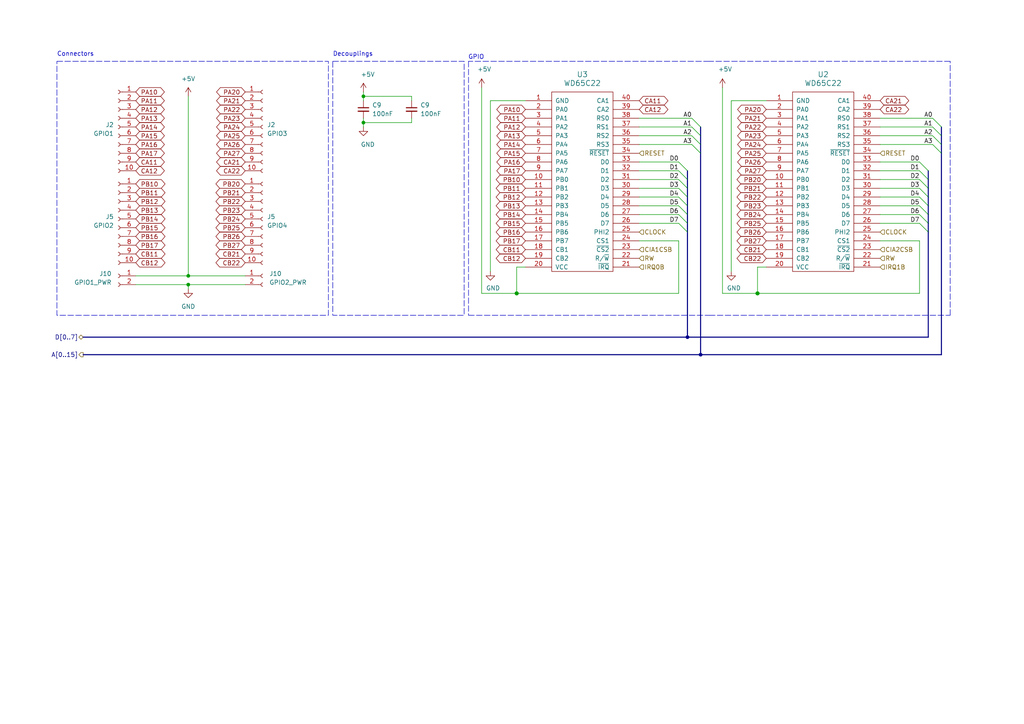
<source format=kicad_sch>
(kicad_sch (version 20230121) (generator eeschema)
  (paper "A4")
  (title_block (title "Miniish") (date "2023-05-19") (rev "v1.3") (company "Romuald Rousseau"))
  (lib_symbols
    (symbol "65xx:WD65C22" (pin_names (offset 1.016))
      (property "Reference" "U" (at 0 -29.21 0))
      (property "Value" "WD65C22" (at 0 -2.54 90))
      (symbol "WD65C22_0_1"
        (rectangle (start -8.89 25.4) (end 8.89 -26.67))
      )
      (symbol "WD65C22_1_1"
        (pin power_in line (at -16.51 22.86 0) (length 7.62) (name "GND") (number "1"))
        (pin bidirectional line (at -16.51 0 0) (length 7.62) (name "PB0") (number "10"))
        (pin bidirectional line (at -16.51 -2.54 0) (length 7.62) (name "PB1") (number "11"))
        (pin bidirectional line (at -16.51 -5.08 0) (length 7.62) (name "PB2") (number "12"))
        (pin bidirectional line (at -16.51 -7.62 0) (length 7.62) (name "PB3") (number "13"))
        (pin bidirectional line (at -16.51 -10.16 0) (length 7.62) (name "PB4") (number "14"))
        (pin bidirectional line (at -16.51 -12.7 0) (length 7.62) (name "PB5") (number "15"))
        (pin bidirectional line (at -16.51 -15.24 0) (length 7.62) (name "PB6") (number "16"))
        (pin bidirectional line (at -16.51 -17.78 0) (length 7.62) (name "PB7") (number "17"))
        (pin bidirectional line (at -16.51 -20.32 0) (length 7.62) (name "CB1") (number "18"))
        (pin output line (at -16.51 -22.86 0) (length 7.62) (name "CB2") (number "19"))
        (pin bidirectional line (at -16.51 20.32 0) (length 7.62) (name "PA0") (number "2"))
        (pin power_in line (at -16.51 -25.4 0) (length 7.62) (name "VCC") (number "20"))
        (pin output line (at 16.51 -25.4 180) (length 7.62) (name "~{IRQ}") (number "21"))
        (pin input line (at 16.51 -22.86 180) (length 7.62) (name "R/~{W}") (number "22"))
        (pin input line (at 16.51 -20.32 180) (length 7.62) (name "~{CS2}") (number "23"))
        (pin input line (at 16.51 -17.78 180) (length 7.62) (name "CS1") (number "24"))
        (pin input line (at 16.51 -15.24 180) (length 7.62) (name "PHI2") (number "25"))
        (pin tri_state line (at 16.51 -12.7 180) (length 7.62) (name "D7") (number "26"))
        (pin tri_state line (at 16.51 -10.16 180) (length 7.62) (name "D6") (number "27"))
        (pin tri_state line (at 16.51 -7.62 180) (length 7.62) (name "D5") (number "28"))
        (pin tri_state line (at 16.51 -5.08 180) (length 7.62) (name "D4") (number "29"))
        (pin bidirectional line (at -16.51 17.78 0) (length 7.62) (name "PA1") (number "3"))
        (pin tri_state line (at 16.51 -2.54 180) (length 7.62) (name "D3") (number "30"))
        (pin tri_state line (at 16.51 0 180) (length 7.62) (name "D2") (number "31"))
        (pin tri_state line (at 16.51 2.54 180) (length 7.62) (name "D1") (number "32"))
        (pin tri_state line (at 16.51 5.08 180) (length 7.62) (name "D0") (number "33"))
        (pin input line (at 16.51 7.62 180) (length 7.62) (name "~{RESET}") (number "34"))
        (pin input line (at 16.51 10.16 180) (length 7.62) (name "RS3") (number "35"))
        (pin input line (at 16.51 12.7 180) (length 7.62) (name "RS2") (number "36"))
        (pin input line (at 16.51 15.24 180) (length 7.62) (name "RS1") (number "37"))
        (pin input line (at 16.51 17.78 180) (length 7.62) (name "RS0") (number "38"))
        (pin bidirectional line (at 16.51 20.32 180) (length 7.62) (name "CA2") (number "39"))
        (pin bidirectional line (at -16.51 15.24 0) (length 7.62) (name "PA2") (number "4"))
        (pin bidirectional line (at 16.51 22.86 180) (length 7.62) (name "CA1") (number "40"))
        (pin bidirectional line (at -16.51 12.7 0) (length 7.62) (name "PA3") (number "5"))
        (pin bidirectional line (at -16.51 10.16 0) (length 7.62) (name "PA4") (number "6"))
        (pin bidirectional line (at -16.51 7.62 0) (length 7.62) (name "PA5") (number "7"))
        (pin bidirectional line (at -16.51 5.08 0) (length 7.62) (name "PA6") (number "8"))
        (pin bidirectional line (at -16.51 2.54 0) (length 7.62) (name "PA7") (number "9"))
      )
    )
    (symbol "Connector:Conn_01x02_Socket" (pin_names (offset 1.016) hide)
      (property "Reference" "J" (at 0 2.54 0))
      (property "Value" "Conn_01x02_Socket" (at 0 -5.08 0))
      (symbol "Conn_01x02_Socket_1_1"
        (arc (start 0 -2.032) (mid -0.5058 -2.54) (end 0 -3.048) (stroke (width 0.1524)))
        (polyline (pts (xy -1.27 -2.54) (xy -0.508 -2.54)) (stroke (width 0.1524)))
        (polyline (pts (xy -1.27 0) (xy -0.508 0)) (stroke (width 0.1524)))
        (arc (start 0 0.508) (mid -0.5058 0) (end 0 -0.508) (stroke (width 0.1524)))
        (pin passive line (at -5.08 0 0) (length 3.81) (name "Pin_1") (number "1"))
        (pin passive line (at -5.08 -2.54 0) (length 3.81) (name "Pin_2") (number "2"))
      )
    )
    (symbol "Connector:Conn_01x10_Socket" (pin_names (offset 1.016) hide)
      (property "Reference" "J" (at 0 12.7 0))
      (property "Value" "Conn_01x10_Socket" (at 0 -15.24 0))
      (symbol "Conn_01x10_Socket_1_1"
        (arc (start 0 -12.192) (mid -0.5058 -12.7) (end 0 -13.208) (stroke (width 0.1524)))
        (arc (start 0 -9.652) (mid -0.5058 -10.16) (end 0 -10.668) (stroke (width 0.1524)))
        (arc (start 0 -7.112) (mid -0.5058 -7.62) (end 0 -8.128) (stroke (width 0.1524)))
        (arc (start 0 -4.572) (mid -0.5058 -5.08) (end 0 -5.588) (stroke (width 0.1524)))
        (arc (start 0 -2.032) (mid -0.5058 -2.54) (end 0 -3.048) (stroke (width 0.1524)))
        (polyline (pts (xy -1.27 -12.7) (xy -0.508 -12.7)) (stroke (width 0.1524)))
        (polyline (pts (xy -1.27 -10.16) (xy -0.508 -10.16)) (stroke (width 0.1524)))
        (polyline (pts (xy -1.27 -7.62) (xy -0.508 -7.62)) (stroke (width 0.1524)))
        (polyline (pts (xy -1.27 -5.08) (xy -0.508 -5.08)) (stroke (width 0.1524)))
        (polyline (pts (xy -1.27 -2.54) (xy -0.508 -2.54)) (stroke (width 0.1524)))
        (polyline (pts (xy -1.27 0) (xy -0.508 0)) (stroke (width 0.1524)))
        (polyline (pts (xy -1.27 2.54) (xy -0.508 2.54)) (stroke (width 0.1524)))
        (polyline (pts (xy -1.27 5.08) (xy -0.508 5.08)) (stroke (width 0.1524)))
        (polyline (pts (xy -1.27 7.62) (xy -0.508 7.62)) (stroke (width 0.1524)))
        (polyline (pts (xy -1.27 10.16) (xy -0.508 10.16)) (stroke (width 0.1524)))
        (arc (start 0 0.508) (mid -0.5058 0) (end 0 -0.508) (stroke (width 0.1524)))
        (arc (start 0 3.048) (mid -0.5058 2.54) (end 0 2.032) (stroke (width 0.1524)))
        (arc (start 0 5.588) (mid -0.5058 5.08) (end 0 4.572) (stroke (width 0.1524)))
        (arc (start 0 8.128) (mid -0.5058 7.62) (end 0 7.112) (stroke (width 0.1524)))
        (arc (start 0 10.668) (mid -0.5058 10.16) (end 0 9.652) (stroke (width 0.1524)))
        (pin passive line (at -5.08 10.16 0) (length 3.81) (name "Pin_1") (number "1"))
        (pin passive line (at -5.08 -12.7 0) (length 3.81) (name "Pin_10") (number "10"))
        (pin passive line (at -5.08 7.62 0) (length 3.81) (name "Pin_2") (number "2"))
        (pin passive line (at -5.08 5.08 0) (length 3.81) (name "Pin_3") (number "3"))
        (pin passive line (at -5.08 2.54 0) (length 3.81) (name "Pin_4") (number "4"))
        (pin passive line (at -5.08 0 0) (length 3.81) (name "Pin_5") (number "5"))
        (pin passive line (at -5.08 -2.54 0) (length 3.81) (name "Pin_6") (number "6"))
        (pin passive line (at -5.08 -5.08 0) (length 3.81) (name "Pin_7") (number "7"))
        (pin passive line (at -5.08 -7.62 0) (length 3.81) (name "Pin_8") (number "8"))
        (pin passive line (at -5.08 -10.16 0) (length 3.81) (name "Pin_9") (number "9"))
      )
    )
    (symbol "Device:C_Small" (pin_numbers hide) (pin_names (offset 0.254) hide)
      (property "Reference" "C" (at 0.254 1.778 0))
      (property "Value" "C_Small" (at 0.254 -2.032 0))
      (symbol "C_Small_0_1"
        (polyline (pts (xy -1.524 -0.508) (xy 1.524 -0.508)) (stroke (width 0.3302)))
        (polyline (pts (xy -1.524 0.508) (xy 1.524 0.508)) (stroke (width 0.3048)))
      )
      (symbol "C_Small_1_1"
        (pin passive line (at 0 2.54 270) (length 2.032) (name "~") (number "1"))
        (pin passive line (at 0 -2.54 90) (length 2.032) (name "~") (number "2"))
      )
    )
    (symbol "power:+5V" (power) (pin_names (offset 0))
      (property "Value" "+5V" (at 0 3.556 0))
      (symbol "+5V_0_1"
        (polyline (pts (xy -0.762 1.27) (xy 0 2.54)))
        (polyline (pts (xy 0 0) (xy 0 2.54)))
        (polyline (pts (xy 0 2.54) (xy 0.762 1.27)))
      )
      (symbol "+5V_1_1"
        (pin power_in line (at 0 0 90) (length 0) hide (name "+5V") (number "1"))
      )
    )
    (symbol "power:GND" (power) (pin_names (offset 0))
      (property "Value" "GND" (at 0 -3.81 0))
      (symbol "GND_0_1"
        (polyline (pts (xy 0 0) (xy 0 -1.27) (xy 1.27 -1.27) (xy 0 -2.54) (xy -1.27 -1.27) (xy 0 -1.27)))
      )
      (symbol "GND_1_1"
        (pin power_in line (at 0 0 270) (length 0) hide (name "GND") (number "1"))
      )
    )
  )
  (junction (at 105.41 27.94))
  (junction (at 54.61 82.55))
  (junction (at 149.86 85.09) (diameter 1.016))
  (junction (at 219.71 85.09) (diameter 1.016))
  (junction (at 203.2 102.87))
  (junction (at 199.39 97.79))
  (junction (at 105.41 35.56))
  (junction (at 54.61 80.01))
  (bus_entry (at 270.51 34.29) (size 2.54 2.54) (stroke (width 0.1524)))
  (bus_entry (at 200.66 34.29) (size 2.54 2.54) (stroke (width 0.1524)))
  (bus_entry (at 196.85 52.07) (size 2.54 2.54) (stroke (width 0.1524)))
  (bus_entry (at 196.85 54.61) (size 2.54 2.54) (stroke (width 0.1524)))
  (bus_entry (at 270.51 36.83) (size 2.54 2.54) (stroke (width 0.1524)))
  (bus_entry (at 196.85 49.53) (size 2.54 2.54) (stroke (width 0.1524)))
  (bus_entry (at 196.85 64.77) (size 2.54 2.54) (stroke (width 0.1524)))
  (bus_entry (at 196.85 57.15) (size 2.54 2.54) (stroke (width 0.1524)))
  (bus_entry (at 196.85 59.69) (size 2.54 2.54) (stroke (width 0.1524)))
  (bus_entry (at 270.51 41.91) (size 2.54 2.54) (stroke (width 0.1524)))
  (bus_entry (at 270.51 39.37) (size 2.54 2.54) (stroke (width 0.1524)))
  (bus_entry (at 266.7 54.61) (size 2.54 2.54) (stroke (width 0.1524)))
  (bus_entry (at 266.7 62.23) (size 2.54 2.54) (stroke (width 0.1524)))
  (bus_entry (at 200.66 39.37) (size 2.54 2.54) (stroke (width 0.1524)))
  (bus_entry (at 266.7 52.07) (size 2.54 2.54) (stroke (width 0.1524)))
  (bus_entry (at 266.7 57.15) (size 2.54 2.54) (stroke (width 0.1524)))
  (bus_entry (at 200.66 36.83) (size 2.54 2.54) (stroke (width 0.1524)))
  (bus_entry (at 266.7 46.99) (size 2.54 2.54) (stroke (width 0.1524)))
  (bus_entry (at 266.7 59.69) (size 2.54 2.54) (stroke (width 0.1524)))
  (bus_entry (at 200.66 41.91) (size 2.54 2.54) (stroke (width 0.1524)))
  (bus_entry (at 196.85 62.23) (size 2.54 2.54) (stroke (width 0.1524)))
  (bus_entry (at 196.85 46.99) (size 2.54 2.54) (stroke (width 0.1524)))
  (bus_entry (at 266.7 64.77) (size 2.54 2.54) (stroke (width 0.1524)))
  (bus_entry (at 266.7 49.53) (size 2.54 2.54) (stroke (width 0.1524)))
  (wire (pts (xy 185.42 59.69) (xy 196.85 59.69)))
  (wire (pts (xy 105.41 27.94) (xy 119.38 27.94)))
  (bus (pts (xy 269.24 52.07) (xy 269.24 54.61)))
  (bus (pts (xy 199.39 67.31) (xy 199.39 97.79)))
  (wire (pts (xy 149.86 85.09) (xy 196.85 85.09)))
  (polyline (pts (xy 205.74 91.44) (xy 275.59 91.44)) (stroke (width 0) (type dash)))
  (bus (pts (xy 203.2 36.83) (xy 203.2 39.37)))
  (bus (pts (xy 199.39 52.07) (xy 199.39 54.61)))
  (bus (pts (xy 199.39 54.61) (xy 199.39 57.15)))
  (bus (pts (xy 203.2 44.45) (xy 203.2 102.87)))
  (wire (pts (xy 185.42 41.91) (xy 200.66 41.91)))
  (wire (pts (xy 255.27 57.15) (xy 266.7 57.15)))
  (bus (pts (xy 269.24 49.53) (xy 269.24 52.07)))
  (wire (pts (xy 255.27 64.77) (xy 266.7 64.77)))
  (bus (pts (xy 269.24 62.23) (xy 269.24 64.77)))
  (wire (pts (xy 149.86 77.47) (xy 152.4 77.47)))
  (wire (pts (xy 196.85 69.85) (xy 196.85 85.09)))
  (wire (pts (xy 39.37 82.55) (xy 54.61 82.55)))
  (bus (pts (xy 273.05 39.37) (xy 273.05 41.91)))
  (wire (pts (xy 39.37 80.01) (xy 54.61 80.01)))
  (wire (pts (xy 54.61 80.01) (xy 54.61 27.94)))
  (wire (pts (xy 219.71 85.09) (xy 219.71 77.47)))
  (bus (pts (xy 269.24 67.31) (xy 269.24 97.79)))
  (wire (pts (xy 255.27 41.91) (xy 270.51 41.91)))
  (wire (pts (xy 105.41 26.67) (xy 105.41 27.94)))
  (bus (pts (xy 199.39 57.15) (xy 199.39 59.69)))
  (bus (pts (xy 269.24 57.15) (xy 269.24 59.69)))
  (wire (pts (xy 139.7 85.09) (xy 149.86 85.09)))
  (polyline (pts (xy 135.89 91.44) (xy 205.74 91.44)) (stroke (width 0) (type dash)))
  (wire (pts (xy 54.61 82.55) (xy 71.12 82.55)))
  (wire (pts (xy 255.27 59.69) (xy 266.7 59.69)))
  (wire (pts (xy 119.38 27.94) (xy 119.38 29.21)))
  (polyline (pts (xy 275.59 17.78) (xy 205.74 17.78)) (stroke (width 0) (type dash)))
  (wire (pts (xy 209.55 25.4) (xy 209.55 85.09)))
  (polyline (pts (xy 205.74 17.78) (xy 135.89 17.78)) (stroke (width 0) (type dash)))
  (wire (pts (xy 152.4 29.21) (xy 142.24 29.21)))
  (bus (pts (xy 199.39 59.69) (xy 199.39 62.23)))
  (wire (pts (xy 105.41 27.94) (xy 105.41 29.21)))
  (wire (pts (xy 219.71 77.47) (xy 222.25 77.47)))
  (bus (pts (xy 269.24 59.69) (xy 269.24 62.23)))
  (wire (pts (xy 266.7 69.85) (xy 266.7 85.09)))
  (wire (pts (xy 54.61 80.01) (xy 71.12 80.01)))
  (wire (pts (xy 219.71 85.09) (xy 266.7 85.09)))
  (wire (pts (xy 209.55 85.09) (xy 219.71 85.09)))
  (bus (pts (xy 203.2 39.37) (xy 203.2 41.91)))
  (wire (pts (xy 185.42 52.07) (xy 196.85 52.07)))
  (wire (pts (xy 185.42 36.83) (xy 200.66 36.83)))
  (wire (pts (xy 105.41 35.56) (xy 105.41 36.83)))
  (bus (pts (xy 24.13 97.79) (xy 199.39 97.79)))
  (bus (pts (xy 199.39 64.77) (xy 199.39 67.31)))
  (bus (pts (xy 203.2 41.91) (xy 203.2 44.45)))
  (polyline (pts (xy 275.59 91.44) (xy 275.59 17.78)) (stroke (width 0) (type dash)))
  (bus (pts (xy 273.05 36.83) (xy 273.05 39.37)))
  (wire (pts (xy 255.27 52.07) (xy 266.7 52.07)))
  (wire (pts (xy 212.09 29.21) (xy 212.09 78.74)))
  (bus (pts (xy 203.2 102.87) (xy 273.05 102.87)))
  (wire (pts (xy 185.42 46.99) (xy 196.85 46.99)))
  (wire (pts (xy 105.41 35.56) (xy 119.38 35.56)))
  (wire (pts (xy 185.42 54.61) (xy 196.85 54.61)))
  (wire (pts (xy 185.42 57.15) (xy 196.85 57.15)))
  (wire (pts (xy 255.27 34.29) (xy 270.51 34.29)))
  (wire (pts (xy 185.42 69.85) (xy 196.85 69.85)))
  (wire (pts (xy 185.42 64.77) (xy 196.85 64.77)))
  (wire (pts (xy 255.27 39.37) (xy 270.51 39.37)))
  (bus (pts (xy 269.24 64.77) (xy 269.24 67.31)))
  (wire (pts (xy 105.41 34.29) (xy 105.41 35.56)))
  (wire (pts (xy 255.27 49.53) (xy 266.7 49.53)))
  (wire (pts (xy 255.27 62.23) (xy 266.7 62.23)))
  (wire (pts (xy 255.27 36.83) (xy 270.51 36.83)))
  (wire (pts (xy 255.27 69.85) (xy 266.7 69.85)))
  (wire (pts (xy 185.42 62.23) (xy 196.85 62.23)))
  (wire (pts (xy 119.38 34.29) (xy 119.38 35.56)))
  (wire (pts (xy 222.25 29.21) (xy 212.09 29.21)))
  (wire (pts (xy 185.42 34.29) (xy 200.66 34.29)))
  (bus (pts (xy 269.24 54.61) (xy 269.24 57.15)))
  (wire (pts (xy 54.61 82.55) (xy 54.61 83.82)))
  (bus (pts (xy 199.39 97.79) (xy 269.24 97.79)))
  (bus (pts (xy 273.05 41.91) (xy 273.05 44.45)))
  (wire (pts (xy 139.7 25.4) (xy 139.7 85.09)))
  (wire (pts (xy 185.42 39.37) (xy 200.66 39.37)))
  (wire (pts (xy 149.86 85.09) (xy 149.86 77.47)))
  (bus (pts (xy 273.05 44.45) (xy 273.05 102.87)))
  (wire (pts (xy 255.27 54.61) (xy 266.7 54.61)))
  (wire (pts (xy 142.24 29.21) (xy 142.24 78.74)))
  (wire (pts (xy 185.42 49.53) (xy 196.85 49.53)))
  (polyline (pts (xy 135.89 17.78) (xy 135.89 91.44)) (stroke (width 0) (type dash)))
  (wire (pts (xy 255.27 46.99) (xy 266.7 46.99)))
  (bus (pts (xy 24.13 102.87) (xy 203.2 102.87)))
  (bus (pts (xy 199.39 49.53) (xy 199.39 52.07)))
  (bus (pts (xy 199.39 62.23) (xy 199.39 64.77)))
  (rectangle (start 96.52 17.78) (end 134.62 91.44) (stroke (width 0) (type dash)))
  (rectangle (start 16.51 17.78) (end 95.25 91.44) (stroke (width 0) (type dash)))
  (text "Connectors" (at 16.51 16.51 0) (effects (font (size 1.27 1.27)) (justify left bottom)))
  (text "GPIO" (at 140.462 17.399 0) (effects (font (size 1.27 1.27)) (justify right bottom)))
  (text "Decouplings" (at 96.52 16.51 0) (effects (font (size 1.27 1.27)) (justify left bottom)))
  (label "D6" (at 196.85 62.23 180))
  (label "D7" (at 266.7 64.77 180))
  (label "D5" (at 266.7 59.69 180))
  (label "D7" (at 196.85 64.77 180))
  (label "A3" (at 200.66 41.91 180))
  (label "D1" (at 196.85 49.53 180))
  (label "A0" (at 200.66 34.29 180))
  (label "D4" (at 266.7 57.15 180))
  (label "A1" (at 200.66 36.83 180))
  (label "D1" (at 266.7 49.53 180))
  (label "A3" (at 270.51 41.91 180))
  (label "D3" (at 196.85 54.61 180))
  (label "D0" (at 266.7 46.99 180))
  (label "A1" (at 270.51 36.83 180))
  (label "D2" (at 266.7 52.07 180))
  (label "D0" (at 196.85 46.99 180))
  (label "D5" (at 196.85 59.69 180))
  (label "D4" (at 196.85 57.15 180))
  (label "A2" (at 200.66 39.37 180))
  (label "D3" (at 266.7 54.61 180))
  (label "A2" (at 270.51 39.37 180))
  (label "D6" (at 266.7 62.23 180))
  (label "A0" (at 270.51 34.29 180))
  (label "D2" (at 196.85 52.07 180))
  (global_label "CA12" (shape bidirectional) (at 39.37 49.53 0) (property "Intersheetrefs" "${INTERSHEET_REFS}" (effects hide)))
  (global_label "PB13" (shape bidirectional) (at 152.4 59.69 180) (property "Intersheetrefs" "${INTERSHEET_REFS}" (effects hide)))
  (global_label "CA12" (shape bidirectional) (at 185.42 31.75 0) (property "Intersheetrefs" "${INTERSHEET_REFS}" (effects hide)))
  (global_label "CB12" (shape bidirectional) (at 152.4 74.93 180) (property "Intersheetrefs" "${INTERSHEET_REFS}" (effects hide)))
  (global_label "PB20" (shape bidirectional) (at 222.25 52.07 180) (property "Intersheetrefs" "${INTERSHEET_REFS}" (effects hide)))
  (global_label "PB20" (shape bidirectional) (at 71.12 53.34 180) (property "Intersheetrefs" "${INTERSHEET_REFS}" (effects hide)))
  (global_label "CA21" (shape bidirectional) (at 255.27 29.21 0) (property "Intersheetrefs" "${INTERSHEET_REFS}" (effects hide)))
  (global_label "PA20" (shape bidirectional) (at 222.25 31.75 180) (property "Intersheetrefs" "${INTERSHEET_REFS}" (effects hide)))
  (global_label "PB16" (shape bidirectional) (at 152.4 67.31 180) (property "Intersheetrefs" "${INTERSHEET_REFS}" (effects hide)))
  (global_label "PA23" (shape bidirectional) (at 71.12 34.29 180) (property "Intersheetrefs" "${INTERSHEET_REFS}" (effects hide)))
  (global_label "CB22" (shape bidirectional) (at 71.12 76.2 180) (property "Intersheetrefs" "${INTERSHEET_REFS}" (effects hide)))
  (global_label "PA13" (shape bidirectional) (at 39.37 34.29 0) (property "Intersheetrefs" "${INTERSHEET_REFS}" (effects hide)))
  (global_label "PA11" (shape bidirectional) (at 152.4 34.29 180) (property "Intersheetrefs" "${INTERSHEET_REFS}" (effects hide)))
  (global_label "CA22" (shape bidirectional) (at 255.27 31.75 0) (property "Intersheetrefs" "${INTERSHEET_REFS}" (effects hide)))
  (global_label "CA11" (shape bidirectional) (at 39.37 46.99 0) (property "Intersheetrefs" "${INTERSHEET_REFS}" (effects hide)))
  (global_label "PA12" (shape bidirectional) (at 152.4 36.83 180) (property "Intersheetrefs" "${INTERSHEET_REFS}" (effects hide)))
  (global_label "PA13" (shape bidirectional) (at 152.4 39.37 180) (property "Intersheetrefs" "${INTERSHEET_REFS}" (effects hide)))
  (global_label "PB25" (shape bidirectional) (at 222.25 64.77 180) (property "Intersheetrefs" "${INTERSHEET_REFS}" (effects hide)))
  (global_label "PA27" (shape bidirectional) (at 222.25 49.53 180) (property "Intersheetrefs" "${INTERSHEET_REFS}" (effects hide)))
  (global_label "PA16" (shape bidirectional) (at 39.37 41.91 0) (property "Intersheetrefs" "${INTERSHEET_REFS}" (effects hide)))
  (global_label "PB14" (shape bidirectional) (at 152.4 62.23 180) (property "Intersheetrefs" "${INTERSHEET_REFS}" (effects hide)))
  (global_label "PB17" (shape bidirectional) (at 39.37 71.12 0) (property "Intersheetrefs" "${INTERSHEET_REFS}" (effects hide)))
  (global_label "PB27" (shape bidirectional) (at 222.25 69.85 180) (property "Intersheetrefs" "${INTERSHEET_REFS}" (effects hide)))
  (global_label "PA23" (shape bidirectional) (at 222.25 39.37 180) (property "Intersheetrefs" "${INTERSHEET_REFS}" (effects hide)))
  (global_label "PA20" (shape bidirectional) (at 71.12 26.67 180) (property "Intersheetrefs" "${INTERSHEET_REFS}" (effects hide)))
  (global_label "PB15" (shape bidirectional) (at 39.37 66.04 0) (property "Intersheetrefs" "${INTERSHEET_REFS}" (effects hide)))
  (global_label "PA15" (shape bidirectional) (at 39.37 39.37 0) (property "Intersheetrefs" "${INTERSHEET_REFS}" (effects hide)))
  (global_label "CA11" (shape bidirectional) (at 185.42 29.21 0) (property "Intersheetrefs" "${INTERSHEET_REFS}" (effects hide)))
  (global_label "PB13" (shape bidirectional) (at 39.37 60.96 0) (property "Intersheetrefs" "${INTERSHEET_REFS}" (effects hide)))
  (global_label "PA26" (shape bidirectional) (at 71.12 41.91 180) (property "Intersheetrefs" "${INTERSHEET_REFS}" (effects hide)))
  (global_label "PB11" (shape bidirectional) (at 39.37 55.88 0) (property "Intersheetrefs" "${INTERSHEET_REFS}" (effects hide)))
  (global_label "PB23" (shape bidirectional) (at 71.12 60.96 180) (property "Intersheetrefs" "${INTERSHEET_REFS}" (effects hide)))
  (global_label "PA15" (shape bidirectional) (at 152.4 44.45 180) (property "Intersheetrefs" "${INTERSHEET_REFS}" (effects hide)))
  (global_label "PA25" (shape bidirectional) (at 71.12 39.37 180) (property "Intersheetrefs" "${INTERSHEET_REFS}" (effects hide)))
  (global_label "PB10" (shape bidirectional) (at 152.4 52.07 180) (property "Intersheetrefs" "${INTERSHEET_REFS}" (effects hide)))
  (global_label "PA22" (shape bidirectional) (at 71.12 31.75 180) (property "Intersheetrefs" "${INTERSHEET_REFS}" (effects hide)))
  (global_label "PA24" (shape bidirectional) (at 222.25 41.91 180) (property "Intersheetrefs" "${INTERSHEET_REFS}" (effects hide)))
  (global_label "PA10" (shape bidirectional) (at 152.4 31.75 180) (property "Intersheetrefs" "${INTERSHEET_REFS}" (effects hide)))
  (global_label "PA21" (shape bidirectional) (at 222.25 34.29 180) (property "Intersheetrefs" "${INTERSHEET_REFS}" (effects hide)))
  (global_label "PB24" (shape bidirectional) (at 71.12 63.5 180) (property "Intersheetrefs" "${INTERSHEET_REFS}" (effects hide)))
  (global_label "PA21" (shape bidirectional) (at 71.12 29.21 180) (property "Intersheetrefs" "${INTERSHEET_REFS}" (effects hide)))
  (global_label "PB22" (shape bidirectional) (at 222.25 57.15 180) (property "Intersheetrefs" "${INTERSHEET_REFS}" (effects hide)))
  (global_label "CB22" (shape bidirectional) (at 222.25 74.93 180) (property "Intersheetrefs" "${INTERSHEET_REFS}" (effects hide)))
  (global_label "PB27" (shape bidirectional) (at 71.12 71.12 180) (property "Intersheetrefs" "${INTERSHEET_REFS}" (effects hide)))
  (global_label "PA12" (shape bidirectional) (at 39.37 31.75 0) (property "Intersheetrefs" "${INTERSHEET_REFS}" (effects hide)))
  (global_label "PB16" (shape bidirectional) (at 39.37 68.58 0) (property "Intersheetrefs" "${INTERSHEET_REFS}" (effects hide)))
  (global_label "PB22" (shape bidirectional) (at 71.12 58.42 180) (property "Intersheetrefs" "${INTERSHEET_REFS}" (effects hide)))
  (global_label "PA27" (shape bidirectional) (at 71.12 44.45 180) (property "Intersheetrefs" "${INTERSHEET_REFS}" (effects hide)))
  (global_label "PB11" (shape bidirectional) (at 152.4 54.61 180) (property "Intersheetrefs" "${INTERSHEET_REFS}" (effects hide)))
  (global_label "CB12" (shape bidirectional) (at 39.37 76.2 0) (property "Intersheetrefs" "${INTERSHEET_REFS}" (effects hide)))
  (global_label "PB26" (shape bidirectional) (at 71.12 68.58 180) (property "Intersheetrefs" "${INTERSHEET_REFS}" (effects hide)))
  (global_label "CA21" (shape bidirectional) (at 71.12 46.99 180) (property "Intersheetrefs" "${INTERSHEET_REFS}" (effects hide)))
  (global_label "PB12" (shape bidirectional) (at 39.37 58.42 0) (property "Intersheetrefs" "${INTERSHEET_REFS}" (effects hide)))
  (global_label "PB21" (shape bidirectional) (at 222.25 54.61 180) (property "Intersheetrefs" "${INTERSHEET_REFS}" (effects hide)))
  (global_label "PA22" (shape bidirectional) (at 222.25 36.83 180) (property "Intersheetrefs" "${INTERSHEET_REFS}" (effects hide)))
  (global_label "PB15" (shape bidirectional) (at 152.4 64.77 180) (property "Intersheetrefs" "${INTERSHEET_REFS}" (effects hide)))
  (global_label "PA25" (shape bidirectional) (at 222.25 44.45 180) (property "Intersheetrefs" "${INTERSHEET_REFS}" (effects hide)))
  (global_label "PA26" (shape bidirectional) (at 222.25 46.99 180) (property "Intersheetrefs" "${INTERSHEET_REFS}" (effects hide)))
  (global_label "PB12" (shape bidirectional) (at 152.4 57.15 180) (property "Intersheetrefs" "${INTERSHEET_REFS}" (effects hide)))
  (global_label "PB24" (shape bidirectional) (at 222.25 62.23 180) (property "Intersheetrefs" "${INTERSHEET_REFS}" (effects hide)))
  (global_label "PA17" (shape bidirectional) (at 39.37 44.45 0) (property "Intersheetrefs" "${INTERSHEET_REFS}" (effects hide)))
  (global_label "PB23" (shape bidirectional) (at 222.25 59.69 180) (property "Intersheetrefs" "${INTERSHEET_REFS}" (effects hide)))
  (global_label "PA14" (shape bidirectional) (at 152.4 41.91 180) (property "Intersheetrefs" "${INTERSHEET_REFS}" (effects hide)))
  (global_label "CB11" (shape bidirectional) (at 152.4 72.39 180) (property "Intersheetrefs" "${INTERSHEET_REFS}" (effects hide)))
  (global_label "PB14" (shape bidirectional) (at 39.37 63.5 0) (property "Intersheetrefs" "${INTERSHEET_REFS}" (effects hide)))
  (global_label "PB25" (shape bidirectional) (at 71.12 66.04 180) (property "Intersheetrefs" "${INTERSHEET_REFS}" (effects hide)))
  (global_label "PA16" (shape bidirectional) (at 152.4 46.99 180) (property "Intersheetrefs" "${INTERSHEET_REFS}" (effects hide)))
  (global_label "CB11" (shape bidirectional) (at 39.37 73.66 0) (property "Intersheetrefs" "${INTERSHEET_REFS}" (effects hide)))
  (global_label "CA22" (shape bidirectional) (at 71.12 49.53 180) (property "Intersheetrefs" "${INTERSHEET_REFS}" (effects hide)))
  (global_label "PA17" (shape bidirectional) (at 152.4 49.53 180) (property "Intersheetrefs" "${INTERSHEET_REFS}" (effects hide)))
  (global_label "PB26" (shape bidirectional) (at 222.25 67.31 180) (property "Intersheetrefs" "${INTERSHEET_REFS}" (effects hide)))
  (global_label "PA14" (shape bidirectional) (at 39.37 36.83 0) (property "Intersheetrefs" "${INTERSHEET_REFS}" (effects hide)))
  (global_label "CB21" (shape bidirectional) (at 222.25 72.39 180) (property "Intersheetrefs" "${INTERSHEET_REFS}" (effects hide)))
  (global_label "PB10" (shape bidirectional) (at 39.37 53.34 0) (property "Intersheetrefs" "${INTERSHEET_REFS}" (effects hide)))
  (global_label "PA10" (shape bidirectional) (at 39.37 26.67 0) (property "Intersheetrefs" "${INTERSHEET_REFS}" (effects hide)))
  (global_label "PB21" (shape bidirectional) (at 71.12 55.88 180) (property "Intersheetrefs" "${INTERSHEET_REFS}" (effects hide)))
  (global_label "PB17" (shape bidirectional) (at 152.4 69.85 180) (property "Intersheetrefs" "${INTERSHEET_REFS}" (effects hide)))
  (global_label "CB21" (shape bidirectional) (at 71.12 73.66 180) (property "Intersheetrefs" "${INTERSHEET_REFS}" (effects hide)))
  (global_label "PA24" (shape bidirectional) (at 71.12 36.83 180) (property "Intersheetrefs" "${INTERSHEET_REFS}" (effects hide)))
  (global_label "PA11" (shape bidirectional) (at 39.37 29.21 0) (property "Intersheetrefs" "${INTERSHEET_REFS}" (effects hide)))
  (hierarchical_label "RESET" (shape input) (at 185.42 44.45 0))
  (hierarchical_label "A[0..15]" (shape output) (at 24.13 102.87 180))
  (hierarchical_label "CIA1CSB" (shape input) (at 185.42 72.39 0))
  (hierarchical_label "RESET" (shape input) (at 255.27 44.45 0))
  (hierarchical_label "RW" (shape input) (at 255.27 74.93 0))
  (hierarchical_label "D[0..7]" (shape bidirectional) (at 24.13 97.79 180))
  (hierarchical_label "CIA2CSB" (shape input) (at 255.27 72.39 0))
  (hierarchical_label "CLOCK" (shape input) (at 185.42 67.31 0))
  (hierarchical_label "IRQ1B" (shape input) (at 255.27 77.47 0))
  (hierarchical_label "IRQ0B" (shape input) (at 185.42 77.47 0))
  (hierarchical_label "CLOCK" (shape input) (at 255.27 67.31 0))
  (hierarchical_label "RW" (shape input) (at 185.42 74.93 0))
  (symbol (lib_id "power:GND") (at 212.09 78.74 0) (unit 1)
    (property "Reference" "#PWR017" (effects hide))
    (property "Value" "GND" (at 212.852 83.566 0))
    (instances (project "MotherBoard" (path "" (reference "#PWR017") (unit 1)) (path "" (reference "#PWR065") (unit 1))))
  )
  (symbol (lib_id "65xx:WD65C22") (at 238.76 52.07 0) (unit 1)
    (property "Reference" "U2" (at 238.76 21.59 0) (effects (font (size 1.524 1.524))))
    (property "Value" "WD65C22" (at 238.76 24.13 0) (effects (font (size 1.524 1.524))))
    (property "Footprint" "Package_DIP:DIP-40_W15.24mm" (effects hide))
    (instances (project "MotherBoard" (path "" (reference "U2") (unit 1)) (path "" (reference "U9") (unit 1))))
  )
  (symbol (lib_id "Connector:Conn_01x10_Socket") (at 76.2 63.5 0) (unit 1)
    (property "Reference" "J5" (at 77.47 62.865 0) (effects (justify left)))
    (property "Value" "GPIO4" (at 77.47 65.405 0) (effects (justify left)))
    (property "Footprint" "Connector_PinSocket_2.54mm:PinSocket_1x10_P2.54mm_Vertical" (effects hide))
    (instances (project "MotherBoard" (path "" (reference "J5") (unit 1)) (path "" (reference "J23") (unit 1))))
  )
  (symbol (lib_id "power:+5V") (at 54.61 27.94 0) (unit 1)
    (property "Reference" "#PWR030" (effects hide))
    (property "Value" "+5V" (at 54.61 22.86 0))
    (instances (project "MotherBoard" (path "" (reference "#PWR030") (unit 1)) (path "" (reference "#PWR058") (unit 1))))
  )
  (symbol (lib_id "power:+5V") (at 105.41 26.67 0) (unit 1)
    (property "Reference" "#PWR0129" (effects hide))
    (property "Value" "+5V" (at 106.68 21.59 0))
    (instances (project "MotherBoard" (path "" (reference "#PWR0129") (unit 1)) (path "" (reference "#PWR060") (unit 1))))
  )
  (symbol (lib_id "Connector:Conn_01x02_Socket") (at 34.29 80.01 0) (mirror y) (unit 1)
    (property "Reference" "J10" (at 32.385 79.375 0) (effects (justify left)))
    (property "Value" "GPIO1_PWR" (at 32.385 81.915 0) (effects (justify left)))
    (property "Footprint" "Connector_PinSocket_2.54mm:PinSocket_1x02_P2.54mm_Vertical" (effects hide))
    (instances (project "MotherBoard" (path "" (reference "J10") (unit 1)) (path "" (reference "J21") (unit 1))))
  )
  (symbol (lib_id "power:GND") (at 105.41 36.83 0) (unit 1)
    (property "Reference" "#PWR0130" (effects hide))
    (property "Value" "GND" (at 106.68 41.91 0))
    (instances (project "MotherBoard" (path "" (reference "#PWR0130") (unit 1)) (path "" (reference "#PWR061") (unit 1))))
  )
  (symbol (lib_id "power:+5V") (at 209.55 25.4 0) (unit 1)
    (property "Reference" "#PWR016" (effects hide))
    (property "Value" "+5V" (at 210.312 20.066 0))
    (instances (project "MotherBoard" (path "" (reference "#PWR016") (unit 1)) (path "" (reference "#PWR064") (unit 1))))
  )
  (symbol (lib_id "Connector:Conn_01x10_Socket") (at 76.2 36.83 0) (unit 1)
    (property "Reference" "J2" (at 77.47 36.195 0) (effects (justify left)))
    (property "Value" "GPIO3" (at 77.47 38.735 0) (effects (justify left)))
    (property "Footprint" "Connector_PinSocket_2.54mm:PinSocket_1x10_P2.54mm_Vertical" (effects hide))
    (instances (project "MotherBoard" (path "" (reference "J2") (unit 1)) (path "" (reference "J22") (unit 1))))
  )
  (symbol (lib_id "Device:C_Small") (at 119.38 31.75 0) (unit 1)
    (property "Reference" "C9" (at 121.92 30.48 0) (effects (justify left)))
    (property "Value" "100nF" (at 121.92 33.02 0) (effects (justify left)))
    (property "Footprint" "Capacitor_THT:C_Disc_D5.0mm_W2.5mm_P2.50mm" (effects hide))
    (instances (project "MotherBoard" (path "" (reference "C9") (unit 1)) (path "" (reference "C12") (unit 1))))
  )
  (symbol (lib_id "Connector:Conn_01x02_Socket") (at 76.2 80.01 0) (unit 1)
    (property "Reference" "J10" (at 78.105 79.375 0) (effects (justify left)))
    (property "Value" "GPIO2_PWR" (at 78.105 81.915 0) (effects (justify left)))
    (property "Footprint" "Connector_PinSocket_2.54mm:PinSocket_1x02_P2.54mm_Vertical" (effects hide))
    (instances (project "MotherBoard" (path "" (reference "J10") (unit 1)) (path "" (reference "J24") (unit 1))))
  )
  (symbol (lib_id "Device:C_Small") (at 105.41 31.75 0) (unit 1)
    (property "Reference" "C9" (at 107.95 30.48 0) (effects (justify left)))
    (property "Value" "100nF" (at 107.95 33.02 0) (effects (justify left)))
    (property "Footprint" "Capacitor_THT:C_Disc_D5.0mm_W2.5mm_P2.50mm" (effects hide))
    (instances (project "MotherBoard" (path "" (reference "C9") (unit 1)) (path "" (reference "C11") (unit 1))))
  )
  (symbol (lib_id "65xx:WD65C22") (at 168.91 52.07 0) (unit 1)
    (property "Reference" "U3" (at 168.91 21.59 0) (effects (font (size 1.524 1.524))))
    (property "Value" "WD65C22" (at 168.91 24.13 0) (effects (font (size 1.524 1.524))))
    (property "Footprint" "Package_DIP:DIP-40_W15.24mm" (effects hide))
    (instances (project "MotherBoard" (path "" (reference "U3") (unit 1)) (path "" (reference "U8") (unit 1))))
  )
  (symbol (lib_id "Connector:Conn_01x10_Socket") (at 34.29 36.83 0) (mirror y) (unit 1)
    (property "Reference" "J2" (at 33.02 36.195 0) (effects (justify left)))
    (property "Value" "GPIO1" (at 33.02 38.735 0) (effects (justify left)))
    (property "Footprint" "Connector_PinSocket_2.54mm:PinSocket_1x10_P2.54mm_Vertical" (effects hide))
    (instances (project "MotherBoard" (path "" (reference "J2") (unit 1)) (path "" (reference "J19") (unit 1))))
  )
  (symbol (lib_id "power:GND") (at 54.61 83.82 0) (mirror y) (unit 1)
    (property "Reference" "#PWR031" (effects hide))
    (property "Value" "GND" (at 54.61 88.9 0))
    (instances (project "MotherBoard" (path "" (reference "#PWR031") (unit 1)) (path "" (reference "#PWR059") (unit 1))))
  )
  (symbol (lib_id "power:GND") (at 142.24 78.74 0) (unit 1)
    (property "Reference" "#PWR0111" (effects hide))
    (property "Value" "GND" (at 143.002 83.566 0))
    (instances (project "MotherBoard" (path "" (reference "#PWR0111") (unit 1)) (path "" (reference "#PWR063") (unit 1))))
  )
  (symbol (lib_id "power:+5V") (at 139.7 25.4 0) (unit 1)
    (property "Reference" "#PWR0124" (effects hide))
    (property "Value" "+5V" (at 140.462 20.066 0))
    (instances (project "MotherBoard" (path "" (reference "#PWR0124") (unit 1)) (path "" (reference "#PWR062") (unit 1))))
  )
  (symbol (lib_id "Connector:Conn_01x10_Socket") (at 34.29 63.5 0) (mirror y) (unit 1)
    (property "Reference" "J5" (at 33.02 62.865 0) (effects (justify left)))
    (property "Value" "GPIO2" (at 33.02 65.405 0) (effects (justify left)))
    (property "Footprint" "Connector_PinSocket_2.54mm:PinSocket_1x10_P2.54mm_Vertical" (effects hide))
    (instances (project "MotherBoard" (path "" (reference "J5") (unit 1)) (path "" (reference "J20") (unit 1))))
  )
)
</source>
